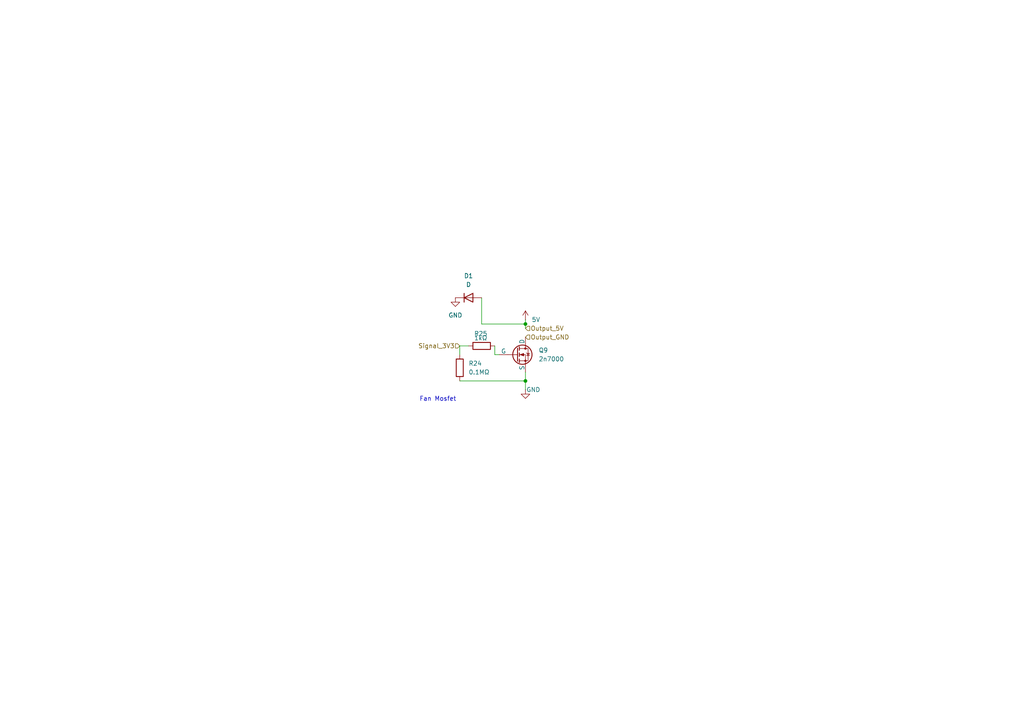
<source format=kicad_sch>
(kicad_sch (version 20250114) (generator "eeschema") (generator_version "9.0")
  (paper "A4")
  (lib_symbols
    (symbol "Device:D" (pin_numbers (hide yes)) (pin_names (offset 1.016) (hide yes))
      (property "Reference" "D" (at 0 2.54 0))
      (property "Value" "D" (at 0 -2.54 0))
      (symbol "D_0_1"
        (polyline (pts (xy -1.27 1.27) (xy -1.27 -1.27)) (stroke (width 0.254)))
        (polyline (pts (xy 1.27 1.27) (xy 1.27 -1.27) (xy -1.27 0) (xy 1.27 1.27)) (stroke (width 0.254)))
        (polyline (pts (xy 1.27 0) (xy -1.27 0)))
      )
      (symbol "D_1_1"
        (pin passive line (at -3.81 0 0) (length 2.54) (name "K") (number "1"))
        (pin passive line (at 3.81 0 180) (length 2.54) (name "A") (number "2"))
      )
    )
    (symbol "Device:R" (pin_numbers (hide yes)) (pin_names (offset 0))
      (property "Reference" "R" (at 2.032 0 90))
      (property "Value" "R" (at 0 0 90))
      (symbol "R_0_1"
        (rectangle (start -1.016 -2.54) (end 1.016 2.54) (stroke (width 0.254)))
      )
      (symbol "R_1_1"
        (pin passive line (at 0 3.81 270) (length 1.27) (name "~") (number "1"))
        (pin passive line (at 0 -3.81 90) (length 1.27) (name "~") (number "2"))
      )
    )
    (symbol "GND_1" (power) (pin_numbers (hide yes)) (pin_names (offset 0) (hide yes))
      (property "Value" "GND" (at 0 -3.81 0))
      (symbol "GND_1_0_1"
        (polyline (pts (xy 0 0) (xy 0 -1.27) (xy 1.27 -1.27) (xy 0 -2.54) (xy -1.27 -1.27) (xy 0 -1.27)))
      )
      (symbol "GND_1_1_1"
        (pin power_in line (at 0 0 270) (length 0) (name "~") (number "1"))
      )
    )
    (symbol "Simulation_SPICE:NMOS" (pin_numbers (hide yes)) (pin_names (offset 0))
      (property "Reference" "Q" (at 5.08 1.27 0))
      (property "Value" "NMOS" (at 5.08 -1.27 0))
      (symbol "NMOS_0_1"
        (polyline (pts (xy 0.254 1.905) (xy 0.254 -1.905)) (stroke (width 0.254)))
        (polyline (pts (xy 0.254 0) (xy -2.54 0)))
        (polyline (pts (xy 0.762 2.286) (xy 0.762 1.27)) (stroke (width 0.254)))
        (polyline (pts (xy 0.762 0.508) (xy 0.762 -0.508)) (stroke (width 0.254)))
        (polyline (pts (xy 0.762 -1.27) (xy 0.762 -2.286)) (stroke (width 0.254)))
        (polyline (pts (xy 0.762 -1.778) (xy 3.302 -1.778) (xy 3.302 1.778) (xy 0.762 1.778)))
        (polyline (pts (xy 1.016 0) (xy 2.032 0.381) (xy 2.032 -0.381) (xy 1.016 0)) (fill (type outline)))
        (circle (center 1.651 0) (radius 2.794) (stroke (width 0.254)))
        (polyline (pts (xy 2.54 2.54) (xy 2.54 1.778)))
        (circle (center 2.54 1.778) (radius 0.254) (fill (type outline)))
        (circle (center 2.54 -1.778) (radius 0.254) (fill (type outline)))
        (polyline (pts (xy 2.54 -2.54) (xy 2.54 0) (xy 0.762 0)))
        (polyline (pts (xy 2.794 0.508) (xy 2.921 0.381) (xy 3.683 0.381) (xy 3.81 0.254)))
        (polyline (pts (xy 3.302 0.381) (xy 2.921 -0.254) (xy 3.683 -0.254) (xy 3.302 0.381)))
      )
      (symbol "NMOS_1_1"
        (pin input line (at -5.08 0 0) (length 2.54) (name "G") (number "2"))
        (pin passive line (at 2.54 5.08 270) (length 2.54) (name "D") (number "1"))
        (pin passive line (at 2.54 -5.08 90) (length 2.54) (name "S") (number "3"))
      )
    )
    (symbol "power:GND" (power) (pin_numbers (hide yes)) (pin_names (offset 0) (hide yes))
      (property "Value" "GND" (at 0 -3.81 0))
      (symbol "GND_0_1"
        (polyline (pts (xy 0 0) (xy 0 -1.27) (xy 1.27 -1.27) (xy 0 -2.54) (xy -1.27 -1.27) (xy 0 -1.27)))
      )
      (symbol "GND_1_1"
        (pin power_in line (at 0 0 270) (length 0) (name "~") (number "1"))
      )
    )
    (symbol "power:VCC" (power) (pin_numbers (hide yes)) (pin_names (offset 0) (hide yes))
      (property "Value" "VCC" (at 0 3.556 0))
      (symbol "VCC_0_1"
        (polyline (pts (xy -0.762 1.27) (xy 0 2.54)))
        (polyline (pts (xy 0 2.54) (xy 0.762 1.27)))
        (polyline (pts (xy 0 0) (xy 0 2.54)))
      )
      (symbol "VCC_1_1"
        (pin power_in line (at 0 0 90) (length 0) (name "~") (number "1"))
      )
    )
  )
  (text "Fan Mosfet" (at 127 115.824 0) (effects (font (size 1.27 1.27))))
  (junction (at 152.4 93.98))
  (junction (at 152.4 110.49))
  (wire (pts (xy 133.35 100.33) (xy 135.89 100.33)))
  (wire (pts (xy 152.4 110.49) (xy 152.4 107.95)))
  (wire (pts (xy 143.51 102.87) (xy 144.78 102.87)))
  (wire (pts (xy 152.4 93.98) (xy 152.4 92.71)))
  (wire (pts (xy 143.51 100.33) (xy 143.51 102.87)))
  (wire (pts (xy 139.7 86.36) (xy 139.7 93.98)))
  (wire (pts (xy 139.7 93.98) (xy 152.4 93.98)))
  (wire (pts (xy 152.4 110.49) (xy 152.4 113.03)))
  (wire (pts (xy 152.4 95.25) (xy 152.4 93.98)))
  (wire (pts (xy 133.35 100.33) (xy 133.35 102.87)))
  (wire (pts (xy 133.35 110.49) (xy 152.4 110.49)))
  (hierarchical_label "Output_GND" (shape input) (at 152.4 97.79 0))
  (hierarchical_label "Signal_3V3" (shape input) (at 133.35 100.33 180))
  (hierarchical_label "Output_5V" (shape input) (at 152.4 95.25 0))
  (symbol (lib_id "Device:R") (at 133.35 106.68 0) (unit 1)
    (property "Reference" "R24" (at 135.89 105.4099 0) (effects (justify left)))
    (property "Value" "0.1MΩ" (at 135.89 107.9499 0) (effects (justify left)))
    (property "Footprint" "Resistor_THT:R_Axial_DIN0207_L6.3mm_D2.5mm_P10.16mm_Horizontal" (effects (hide yes)))
    (property "Description" "Resistor" (effects (hide yes)))
    (instances (project "A1_MB" (path "" (reference "R24") (unit 1)) (path "" (reference "R26") (unit 1))))
  )
  (symbol (lib_name "GND_1") (lib_id "power:GND") (at 152.4 113.03 0) (unit 1)
    (property "Reference" "#PWR082" (effects (hide yes)))
    (property "Value" "GND" (at 154.686 113.03 0))
    (property "Description" "Power symbol creates a global label with name \"GND\" , ground" (effects (hide yes)))
    (instances (project "A1_MB" (path "" (reference "#PWR082") (unit 1)) (path "" (reference "#PWR084") (unit 1))))
  )
  (symbol (lib_id "Device:R") (at 139.7 100.33 90) (unit 1)
    (property "Reference" "R25" (at 139.446 96.774 90))
    (property "Value" "1kΩ" (at 139.446 98.044 90))
    (property "Footprint" "Resistor_THT:R_Axial_DIN0207_L6.3mm_D2.5mm_P10.16mm_Horizontal" (effects (hide yes)))
    (property "Description" "Resistor" (effects (hide yes)))
    (instances (project "A1_MB" (path "" (reference "R25") (unit 1)) (path "" (reference "R27") (unit 1))))
  )
  (symbol (lib_id "Device:D") (at 135.89 86.36 0) (unit 1)
    (property "Reference" "D1" (at 135.89 80.01 0))
    (property "Value" "D" (at 135.89 82.55 0))
    (property "Footprint" "OpenA1K:Diode" (effects (hide yes)))
    (property "Description" "Diode" (effects (hide yes)))
    (property "Sim.Device" "D" (effects (hide yes)))
    (property "Sim.Pins" "1=K 2=A" (effects (hide yes)))
    (instances (project "" (path "" (reference "D1") (unit 1)) (path "" (reference "D2") (unit 1))))
  )
  (symbol (lib_id "power:GND") (at 132.08 86.36 0) (unit 1)
    (property "Reference" "#PWR07" (effects (hide yes)))
    (property "Value" "GND" (at 132.08 91.44 0))
    (property "Description" "Power symbol creates a global label with name \"GND\" , ground" (effects (hide yes)))
    (instances (project "" (path "" (reference "#PWR07") (unit 1)) (path "" (reference "#PWR08") (unit 1))))
  )
  (symbol (lib_id "power:VCC") (at 152.4 92.71 0) (unit 1)
    (property "Reference" "#PWR081" (effects (hide yes)))
    (property "Value" "5V" (at 155.448 92.71 0))
    (property "Description" "Power symbol creates a global label with name \"VCC\"" (effects (hide yes)))
    (instances (project "A1_MB" (path "" (reference "#PWR081") (unit 1)) (path "" (reference "#PWR083") (unit 1))))
  )
  (symbol (lib_id "Simulation_SPICE:NMOS") (at 149.86 102.87 0) (unit 1)
    (property "Reference" "Q9" (at 156.21 101.5999 0) (effects (justify left)))
    (property "Value" "2n7000" (at 156.21 104.1399 0) (effects (justify left)))
    (property "Footprint" "OpenA1K:2n7000" (effects (hide yes)))
    (property "Datasheet" "https://ngspice.sourceforge.io/docs/ngspice-html-manual/manual.xhtml#cha_MOSFETs" (effects (hide yes)))
    (property "Description" "N-MOSFET transistor, drain/source/gate" (effects (hide yes)))
    (property "Sim.Device" "NMOS" (effects (hide yes)))
    (property "Sim.Type" "VDMOS" (effects (hide yes)))
    (property "Sim.Pins" "1=D 2=G 3=S" (effects (hide yes)))
    (instances (project "A1_MB" (path "" (reference "Q9") (unit 1)) (path "" (reference "Q10") (unit 1))))
  )
)
</source>
